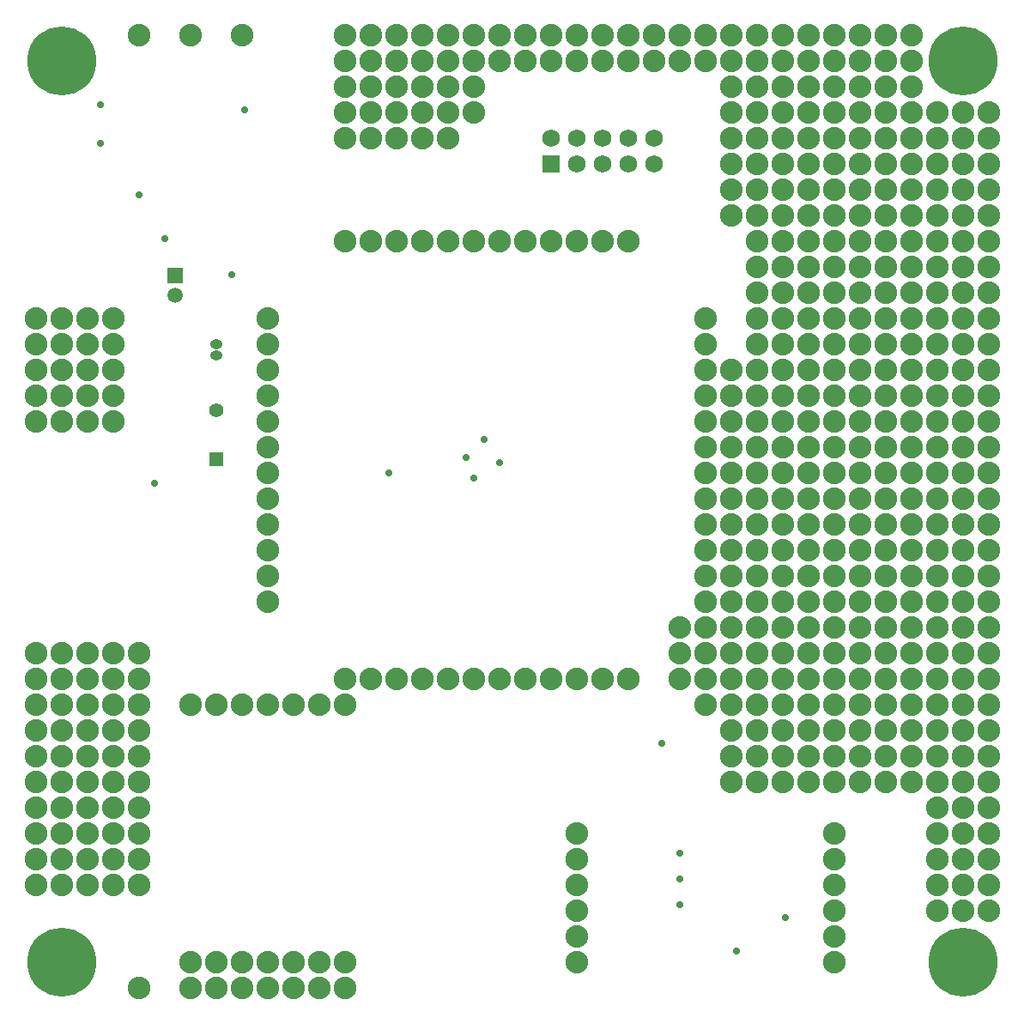
<source format=gbs>
G04 Layer_Color=8150272*
%FSLAX25Y25*%
%MOIN*%
G70*
G01*
G75*
%ADD59C,0.05918*%
%ADD60R,0.05918X0.05918*%
%ADD61C,0.08800*%
%ADD62C,0.26784*%
%ADD63C,0.06800*%
%ADD64R,0.06800X0.06800*%
%ADD65R,0.05524X0.05524*%
%ADD66C,0.05524*%
%ADD67O,0.04737X0.03753*%
%ADD68C,0.02800*%
D59*
X164000Y379063D02*
D03*
D60*
Y386937D02*
D03*
D61*
X150000Y480000D02*
D03*
Y110000D02*
D03*
X230000D02*
D03*
Y120000D02*
D03*
X180000D02*
D03*
X170000D02*
D03*
X230000Y220000D02*
D03*
X220000D02*
D03*
X210000D02*
D03*
X200000D02*
D03*
X190000D02*
D03*
X180000D02*
D03*
X170000D02*
D03*
X220000Y110000D02*
D03*
Y120000D02*
D03*
X210000Y110000D02*
D03*
Y120000D02*
D03*
X200000Y110000D02*
D03*
Y120000D02*
D03*
X190000Y110000D02*
D03*
Y120000D02*
D03*
X180000Y110000D02*
D03*
X170000D02*
D03*
X320000Y120000D02*
D03*
Y130000D02*
D03*
Y140000D02*
D03*
Y150000D02*
D03*
Y160000D02*
D03*
Y170000D02*
D03*
X420000Y120000D02*
D03*
Y130000D02*
D03*
Y140000D02*
D03*
Y150000D02*
D03*
Y160000D02*
D03*
Y170000D02*
D03*
X200000Y310000D02*
D03*
X340000Y230000D02*
D03*
X260000D02*
D03*
X240000D02*
D03*
X230000D02*
D03*
X370000Y290000D02*
D03*
X200000Y260000D02*
D03*
Y270000D02*
D03*
Y320000D02*
D03*
Y330000D02*
D03*
Y340000D02*
D03*
Y360000D02*
D03*
X240000Y400000D02*
D03*
X270000D02*
D03*
X370000Y260000D02*
D03*
X370000Y270000D02*
D03*
Y280000D02*
D03*
X200000Y350000D02*
D03*
X370000Y300000D02*
D03*
X310000Y400000D02*
D03*
X370000Y310000D02*
D03*
X370000Y320000D02*
D03*
X370000Y330000D02*
D03*
Y340000D02*
D03*
X370000Y350000D02*
D03*
X340000Y400000D02*
D03*
X330000D02*
D03*
X320000Y400000D02*
D03*
X300000D02*
D03*
X290000Y400000D02*
D03*
X280000Y400000D02*
D03*
X260000D02*
D03*
X250000Y400000D02*
D03*
X370000Y360000D02*
D03*
X320016Y230000D02*
D03*
X310000D02*
D03*
X300000D02*
D03*
X290000D02*
D03*
X280000D02*
D03*
X270000D02*
D03*
X230000Y400000D02*
D03*
X250000Y230000D02*
D03*
X200000Y370000D02*
D03*
Y290000D02*
D03*
X330000Y230000D02*
D03*
X370000Y370000D02*
D03*
X200000Y300000D02*
D03*
Y280000D02*
D03*
X190000Y480000D02*
D03*
X170000D02*
D03*
X390000Y430000D02*
D03*
X400000D02*
D03*
X420000D02*
D03*
X410000D02*
D03*
X450000D02*
D03*
X440000D02*
D03*
X430000D02*
D03*
X460000D02*
D03*
X480000D02*
D03*
X470000D02*
D03*
Y420000D02*
D03*
X480000D02*
D03*
X460000D02*
D03*
X430000D02*
D03*
X440000D02*
D03*
X450000D02*
D03*
X410000D02*
D03*
X420000D02*
D03*
X400000D02*
D03*
X390000D02*
D03*
Y400000D02*
D03*
X400000D02*
D03*
X420000D02*
D03*
X410000D02*
D03*
X450000D02*
D03*
X440000D02*
D03*
X430000D02*
D03*
X460000D02*
D03*
X480000D02*
D03*
X470000D02*
D03*
Y410000D02*
D03*
X480000D02*
D03*
X460000D02*
D03*
X430000D02*
D03*
X440000D02*
D03*
X450000D02*
D03*
X410000D02*
D03*
X420000D02*
D03*
X400000D02*
D03*
X390000D02*
D03*
Y380000D02*
D03*
X400000D02*
D03*
X420000D02*
D03*
X410000D02*
D03*
X450000D02*
D03*
X440000D02*
D03*
X430000D02*
D03*
X460000D02*
D03*
X480000D02*
D03*
X470000D02*
D03*
Y390000D02*
D03*
X480000D02*
D03*
X460000D02*
D03*
X430000D02*
D03*
X440000D02*
D03*
X450000D02*
D03*
X410000D02*
D03*
X420000D02*
D03*
X400000D02*
D03*
X390000D02*
D03*
Y360000D02*
D03*
X400000D02*
D03*
X420000D02*
D03*
X410000D02*
D03*
X450000D02*
D03*
X440000D02*
D03*
X430000D02*
D03*
X460000D02*
D03*
X480000D02*
D03*
X470000D02*
D03*
Y370000D02*
D03*
X480000D02*
D03*
X460000D02*
D03*
X430000D02*
D03*
X440000D02*
D03*
X450000D02*
D03*
X410000D02*
D03*
X420000D02*
D03*
X400000D02*
D03*
X390000D02*
D03*
Y340000D02*
D03*
X400000D02*
D03*
X420000D02*
D03*
X410000D02*
D03*
X450000D02*
D03*
X440000D02*
D03*
X430000D02*
D03*
X460000D02*
D03*
X480000D02*
D03*
X470000D02*
D03*
Y350000D02*
D03*
X480000D02*
D03*
X460000D02*
D03*
X430000D02*
D03*
X440000D02*
D03*
X450000D02*
D03*
X410000D02*
D03*
X420000D02*
D03*
X400000D02*
D03*
X390000D02*
D03*
Y440000D02*
D03*
X400000D02*
D03*
X420000D02*
D03*
X410000D02*
D03*
X450000D02*
D03*
X440000D02*
D03*
X430000D02*
D03*
X460000D02*
D03*
X480000D02*
D03*
X470000D02*
D03*
Y450000D02*
D03*
X480000D02*
D03*
X460000D02*
D03*
X430000D02*
D03*
X440000D02*
D03*
X450000D02*
D03*
X410000D02*
D03*
X420000D02*
D03*
X400000D02*
D03*
X390000D02*
D03*
Y270000D02*
D03*
X400000D02*
D03*
X420000D02*
D03*
X410000D02*
D03*
X450000D02*
D03*
X440000D02*
D03*
X430000D02*
D03*
X460000D02*
D03*
X480000D02*
D03*
X470000D02*
D03*
Y260000D02*
D03*
X480000D02*
D03*
X460000D02*
D03*
X430000D02*
D03*
X440000D02*
D03*
X450000D02*
D03*
X410000D02*
D03*
X420000D02*
D03*
X400000D02*
D03*
X390000D02*
D03*
Y290000D02*
D03*
X400000D02*
D03*
X420000D02*
D03*
X410000D02*
D03*
X450000D02*
D03*
X440000D02*
D03*
X430000D02*
D03*
X460000D02*
D03*
X480000D02*
D03*
X470000D02*
D03*
Y280000D02*
D03*
X480000D02*
D03*
X460000D02*
D03*
X430000D02*
D03*
X440000D02*
D03*
X450000D02*
D03*
X410000D02*
D03*
X420000D02*
D03*
X400000D02*
D03*
X390000D02*
D03*
Y310000D02*
D03*
X400000D02*
D03*
X420000D02*
D03*
X410000D02*
D03*
X450000D02*
D03*
X440000D02*
D03*
X430000D02*
D03*
X460000D02*
D03*
X480000D02*
D03*
X470000D02*
D03*
Y300000D02*
D03*
X480000D02*
D03*
X460000D02*
D03*
X430000D02*
D03*
X440000D02*
D03*
X450000D02*
D03*
X410000D02*
D03*
X420000D02*
D03*
X400000D02*
D03*
X390000D02*
D03*
Y330000D02*
D03*
X400000D02*
D03*
X420000D02*
D03*
X410000D02*
D03*
X450000D02*
D03*
X440000D02*
D03*
X430000D02*
D03*
X460000D02*
D03*
X480000D02*
D03*
X470000D02*
D03*
Y320000D02*
D03*
X480000D02*
D03*
X460000D02*
D03*
X430000D02*
D03*
X440000D02*
D03*
X450000D02*
D03*
X410000D02*
D03*
X420000D02*
D03*
X400000D02*
D03*
X390000D02*
D03*
Y240000D02*
D03*
X400000D02*
D03*
X420000D02*
D03*
X410000D02*
D03*
X450000D02*
D03*
X440000D02*
D03*
X430000D02*
D03*
X460000D02*
D03*
X480000D02*
D03*
X470000D02*
D03*
Y250000D02*
D03*
X480000D02*
D03*
X460000D02*
D03*
X430000D02*
D03*
X440000D02*
D03*
X450000D02*
D03*
X410000D02*
D03*
X420000D02*
D03*
X400000D02*
D03*
X390000D02*
D03*
Y220000D02*
D03*
X400000D02*
D03*
X420000D02*
D03*
X410000D02*
D03*
X450000D02*
D03*
X440000D02*
D03*
X430000D02*
D03*
X460000D02*
D03*
X480000D02*
D03*
X470000D02*
D03*
Y230000D02*
D03*
X480000D02*
D03*
X460000D02*
D03*
X430000D02*
D03*
X440000D02*
D03*
X450000D02*
D03*
X410000D02*
D03*
X420000D02*
D03*
X400000D02*
D03*
X390000D02*
D03*
Y200000D02*
D03*
X400000D02*
D03*
X420000D02*
D03*
X410000D02*
D03*
X450000D02*
D03*
X440000D02*
D03*
X430000D02*
D03*
X460000D02*
D03*
X480000D02*
D03*
X470000D02*
D03*
Y190000D02*
D03*
X480000D02*
D03*
X460000D02*
D03*
X430000D02*
D03*
X440000D02*
D03*
X450000D02*
D03*
X410000D02*
D03*
X420000D02*
D03*
X400000D02*
D03*
X390000D02*
D03*
X470000Y210000D02*
D03*
X480000D02*
D03*
X460000D02*
D03*
X430000D02*
D03*
X440000D02*
D03*
X450000D02*
D03*
X410000D02*
D03*
X420000D02*
D03*
X400000D02*
D03*
X390000D02*
D03*
X380000D02*
D03*
Y190000D02*
D03*
Y200000D02*
D03*
Y230000D02*
D03*
Y220000D02*
D03*
Y250000D02*
D03*
Y240000D02*
D03*
Y320000D02*
D03*
Y330000D02*
D03*
Y300000D02*
D03*
Y310000D02*
D03*
Y280000D02*
D03*
Y290000D02*
D03*
Y260000D02*
D03*
Y270000D02*
D03*
Y350000D02*
D03*
Y340000D02*
D03*
X390000Y480000D02*
D03*
X400000D02*
D03*
X420000D02*
D03*
X410000D02*
D03*
X450000D02*
D03*
X440000D02*
D03*
X430000D02*
D03*
Y470000D02*
D03*
X440000D02*
D03*
X450000D02*
D03*
X410000D02*
D03*
X420000D02*
D03*
X400000D02*
D03*
X390000D02*
D03*
X430000Y460000D02*
D03*
X440000D02*
D03*
X450000D02*
D03*
X410000D02*
D03*
X420000D02*
D03*
X400000D02*
D03*
X390000D02*
D03*
X460000Y150000D02*
D03*
X480000D02*
D03*
X470000D02*
D03*
Y140000D02*
D03*
X480000D02*
D03*
X460000D02*
D03*
Y170000D02*
D03*
X480000D02*
D03*
X470000D02*
D03*
Y160000D02*
D03*
X480000D02*
D03*
X460000D02*
D03*
X470000Y180000D02*
D03*
X480000D02*
D03*
X460000D02*
D03*
X320000Y470000D02*
D03*
X330000D02*
D03*
X350000D02*
D03*
X340000D02*
D03*
X380000D02*
D03*
X370000D02*
D03*
X360000D02*
D03*
Y480000D02*
D03*
X370000D02*
D03*
X380000D02*
D03*
X340000D02*
D03*
X350000D02*
D03*
X330000D02*
D03*
X320000D02*
D03*
X250000Y470000D02*
D03*
X260000D02*
D03*
X280000D02*
D03*
X270000D02*
D03*
X310000D02*
D03*
X300000D02*
D03*
X290000D02*
D03*
Y480000D02*
D03*
X300000D02*
D03*
X310000D02*
D03*
X270000D02*
D03*
X280000D02*
D03*
X260000D02*
D03*
X250000D02*
D03*
X230000Y450000D02*
D03*
X250000D02*
D03*
X240000D02*
D03*
X280000D02*
D03*
X270000D02*
D03*
X260000D02*
D03*
Y460000D02*
D03*
X270000D02*
D03*
X280000D02*
D03*
X240000D02*
D03*
X250000D02*
D03*
X230000D02*
D03*
Y480000D02*
D03*
X240000D02*
D03*
Y470000D02*
D03*
X230000D02*
D03*
X260000Y440000D02*
D03*
X270000D02*
D03*
X240000D02*
D03*
X250000D02*
D03*
X230000D02*
D03*
X380000Y460000D02*
D03*
Y450000D02*
D03*
Y420000D02*
D03*
Y430000D02*
D03*
Y440000D02*
D03*
Y410000D02*
D03*
X370000Y240000D02*
D03*
Y250000D02*
D03*
Y220000D02*
D03*
Y230000D02*
D03*
X360000Y240000D02*
D03*
Y250000D02*
D03*
Y230000D02*
D03*
X120000Y150000D02*
D03*
X110000D02*
D03*
X130000D02*
D03*
X150000D02*
D03*
X140000D02*
D03*
X120000Y170000D02*
D03*
X110000D02*
D03*
X130000D02*
D03*
X150000D02*
D03*
X140000D02*
D03*
Y160000D02*
D03*
X150000D02*
D03*
X130000D02*
D03*
X110000D02*
D03*
X120000D02*
D03*
Y240000D02*
D03*
X110000D02*
D03*
X130000D02*
D03*
X150000D02*
D03*
X140000D02*
D03*
X120000Y220000D02*
D03*
X110000D02*
D03*
X130000D02*
D03*
X150000D02*
D03*
X140000D02*
D03*
Y230000D02*
D03*
X150000D02*
D03*
X130000D02*
D03*
X110000D02*
D03*
X120000D02*
D03*
Y200000D02*
D03*
X110000D02*
D03*
X130000D02*
D03*
X150000D02*
D03*
X140000D02*
D03*
Y210000D02*
D03*
X150000D02*
D03*
X130000D02*
D03*
X110000D02*
D03*
X120000D02*
D03*
Y180000D02*
D03*
X110000D02*
D03*
X130000D02*
D03*
X150000D02*
D03*
X140000D02*
D03*
Y190000D02*
D03*
X150000D02*
D03*
X130000D02*
D03*
X110000D02*
D03*
X120000D02*
D03*
X110000Y360000D02*
D03*
X120000D02*
D03*
X140000D02*
D03*
X130000D02*
D03*
Y350000D02*
D03*
X140000D02*
D03*
X120000D02*
D03*
X110000D02*
D03*
X130000Y370000D02*
D03*
X140000D02*
D03*
X120000D02*
D03*
X110000D02*
D03*
Y330000D02*
D03*
X120000D02*
D03*
X140000D02*
D03*
X130000D02*
D03*
Y340000D02*
D03*
X140000D02*
D03*
X120000D02*
D03*
X110000D02*
D03*
D62*
X470000Y470000D02*
D03*
Y120000D02*
D03*
X120000D02*
D03*
Y470000D02*
D03*
D63*
X350000Y440000D02*
D03*
Y430000D02*
D03*
X340000Y440000D02*
D03*
Y430000D02*
D03*
X310000Y440000D02*
D03*
X320000Y430000D02*
D03*
Y440000D02*
D03*
X330000Y430000D02*
D03*
Y440000D02*
D03*
D64*
X310000Y430000D02*
D03*
D65*
X180000Y315394D02*
D03*
D66*
X180000Y334606D02*
D03*
D67*
X180000Y360165D02*
D03*
Y355835D02*
D03*
D68*
X135000Y438000D02*
D03*
X160000Y401000D02*
D03*
X186000Y387000D02*
D03*
X353000Y205000D02*
D03*
X277000Y316000D02*
D03*
X284000Y323000D02*
D03*
X280000Y308000D02*
D03*
X290000Y314000D02*
D03*
X401098Y137500D02*
D03*
X360115Y142500D02*
D03*
X360106Y152492D02*
D03*
Y162492D02*
D03*
X382106Y124492D02*
D03*
X156000Y306000D02*
D03*
X135000Y453000D02*
D03*
X191000Y451000D02*
D03*
X150000Y418000D02*
D03*
X247000Y310000D02*
D03*
M02*

</source>
